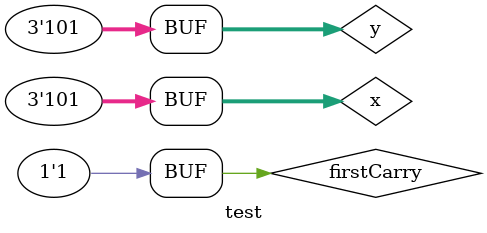
<source format=v>


   module fullAdder( output s,
	                  output resposta,
	                  output nextCarry,
	                  input x,
							input y,
							input firstCarry);
	
	// Descrever por portas
	
	wire s1,s2,s3,ny,nextCarry, r1;
	
	not not1 (ny,y);
	xor xor1 (s1,x,ny);
	xor xor2 (s,s1,firstCarry);
	and and1 (s2,x,ny);
	and and2 (s3,s1,firstCarry);
	or  or1  (nextCarry,s2,s3);
	
	endmodule // fullAdder

// **************************

	module Questao4(output [2:0] s,
	                output resposta,
	                output nextCarry,
						 input [2:0] x,
						 input [2:0] y,
						 input firstCarry);

	wire a;
	wire b;
	
   fullAdder gate1(s[0],resposta,a,x[0],y[0],firstCarry);
	
	fullAdder gate2(s[1],resposta,b,x[1],y[1],a);
	
	fullAdder gate3(s[2],resposta,nextCarry,x[2],y[2],b);
	
	or or1 (resposta,s[0],s[1],s[2]);
	
   endmodule // Questao4
	
// **************************
// Definir dados
// **************************

   module test;
	
	reg  [2:0] x;
	reg  [2:0] y;
	reg  firstCarry;
	wire [2:0] s;
	wire nextCarry;
	wire resposta;

   Questao4 modulo(s,resposta,nextCarry,x,y,firstCarry);

// **************************
// Parte principal
// **************************

   initial begin:start
	

	   $display("Exemplo0024 - Isabel Bicalho Amaro - 451580");
		$display("Test ALU's full adder\n");
		$display("1 - Sao diferentes.");
		$display("0 - Sao iguais.");
		
   // projetar testes do somador complete

   #1 x = 3'b000;  y = 3'b000;  firstCarry = 1;
	
	   $monitor("x = %3b  y = %3b  Resposta = %3b",x,y,resposta);
		
   #1 x = 3'b010;  y = 3'b010;
   #1 x = 3'b100;  y = 3'b011;
   #1 x = 3'b111;  y = 3'b010;
	#1 x = 3'b011;  y = 3'b011;
	#1 x = 3'b101;  y = 3'b101;

	
	end
	
	endmodule // test
	
/*

    Exemplo0024 - Isabel Bicalho Amaro - 451580
    Test ALU's full adder
    
    1 - Sao diferentes.
    0 - Sao iguais.
    x = 000  y = 000  Resposta =   0
    x = 010  y = 010  Resposta =   0
    x = 100  y = 011  Resposta =   1
    x = 111  y = 010  Resposta =   1
    x = 011  y = 011  Resposta =   0
    x = 101  y = 101  Resposta =   0

*/
</source>
